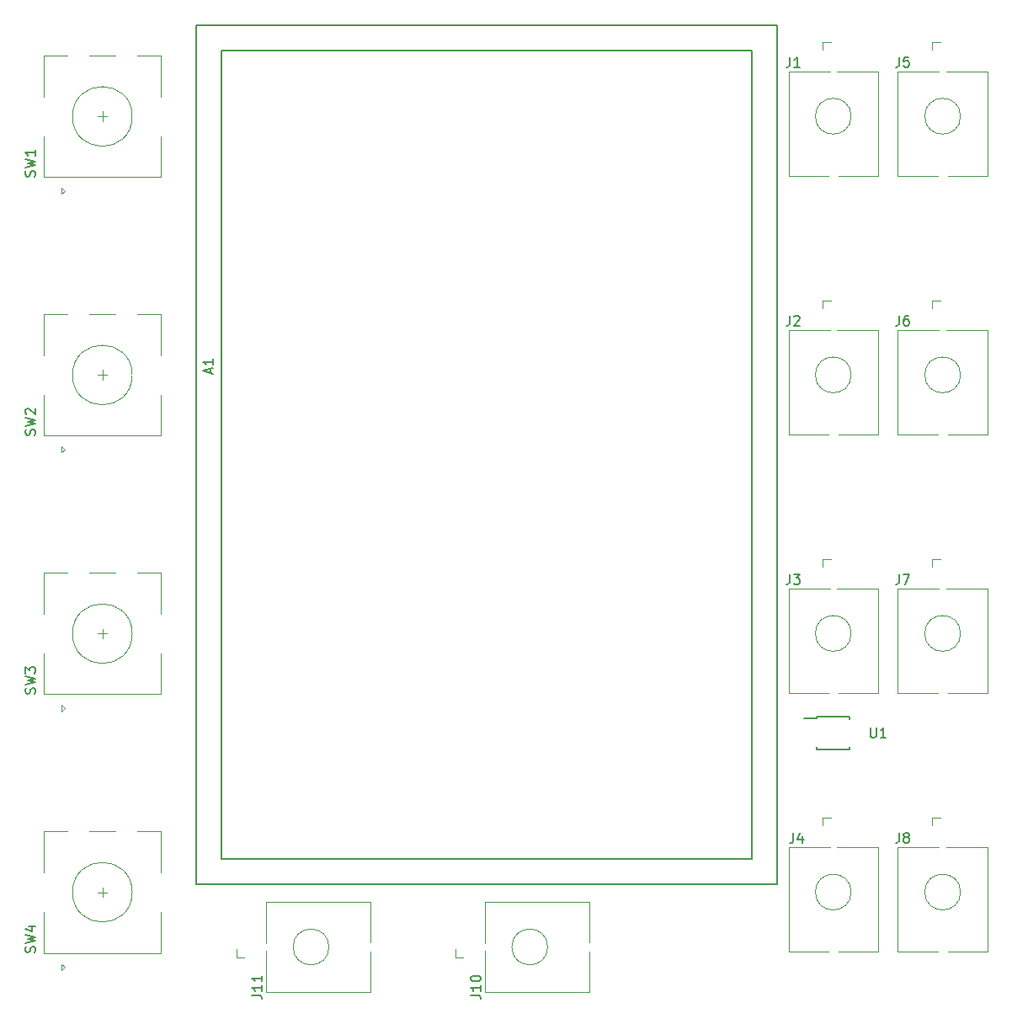
<source format=gbr>
G04 #@! TF.GenerationSoftware,KiCad,Pcbnew,5.0.1*
G04 #@! TF.CreationDate,2019-05-06T23:41:24+02:00*
G04 #@! TF.ProjectId,plastik,706C617374696B2E6B696361645F7063,rev?*
G04 #@! TF.SameCoordinates,Original*
G04 #@! TF.FileFunction,Legend,Top*
G04 #@! TF.FilePolarity,Positive*
%FSLAX46Y46*%
G04 Gerber Fmt 4.6, Leading zero omitted, Abs format (unit mm)*
G04 Created by KiCad (PCBNEW 5.0.1) date Mo 06 Mai 2019 23:41:24 CEST*
%MOMM*%
%LPD*%
G01*
G04 APERTURE LIST*
%ADD10C,0.120000*%
%ADD11C,0.150000*%
G04 APERTURE END LIST*
D10*
G04 #@! TO.C,J10*
X132500000Y-131060000D02*
X132500000Y-130200000D01*
X132500000Y-131060000D02*
X133300000Y-131060000D01*
X141780000Y-130000000D02*
G75*
G03X141780000Y-130000000I-1800000J0D01*
G01*
X135480000Y-130350000D02*
X135480000Y-134500000D01*
X135480000Y-125500000D02*
X135480000Y-129650000D01*
X145980000Y-130500000D02*
X145980000Y-134500000D01*
X145980000Y-125500000D02*
X145980000Y-129500000D01*
X135480000Y-125500000D02*
X145980000Y-125500000D01*
X135480000Y-134500000D02*
X145980000Y-134500000D01*
G04 #@! TO.C,J11*
X113480000Y-134500000D02*
X123980000Y-134500000D01*
X113480000Y-125500000D02*
X123980000Y-125500000D01*
X123980000Y-125500000D02*
X123980000Y-129500000D01*
X123980000Y-130500000D02*
X123980000Y-134500000D01*
X113480000Y-125500000D02*
X113480000Y-129650000D01*
X113480000Y-130350000D02*
X113480000Y-134500000D01*
X119780000Y-130000000D02*
G75*
G03X119780000Y-130000000I-1800000J0D01*
G01*
X110500000Y-131060000D02*
X111300000Y-131060000D01*
X110500000Y-131060000D02*
X110500000Y-130200000D01*
D11*
G04 #@! TO.C,U1*
X168825000Y-106825000D02*
X168825000Y-107050000D01*
X172175000Y-106825000D02*
X172175000Y-107125000D01*
X172175000Y-110175000D02*
X172175000Y-109875000D01*
X168825000Y-110175000D02*
X168825000Y-109875000D01*
X168825000Y-106825000D02*
X172175000Y-106825000D01*
X168825000Y-110175000D02*
X172175000Y-110175000D01*
X168825000Y-107050000D02*
X167600000Y-107050000D01*
G04 #@! TO.C,A1*
X106420000Y-123680000D02*
X164840000Y-123680000D01*
X164840000Y-37320000D02*
X164840000Y-123680000D01*
X106420000Y-37320000D02*
X164840000Y-37320000D01*
X106420000Y-37320000D02*
X106420000Y-123680000D01*
X162300000Y-121140000D02*
X162300000Y-39860000D01*
X162300000Y-39860000D02*
X108960000Y-39860000D01*
X108960000Y-39860000D02*
X108960000Y-121140000D01*
X108960000Y-121140000D02*
X162300000Y-121140000D01*
D10*
G04 #@! TO.C,J8*
X180440000Y-117000000D02*
X181300000Y-117000000D01*
X180440000Y-117000000D02*
X180440000Y-117800000D01*
X183300000Y-124480000D02*
G75*
G03X183300000Y-124480000I-1800000J0D01*
G01*
X181150000Y-119980000D02*
X177000000Y-119980000D01*
X186000000Y-119980000D02*
X181850000Y-119980000D01*
X181000000Y-130480000D02*
X177000000Y-130480000D01*
X186000000Y-130480000D02*
X182000000Y-130480000D01*
X186000000Y-119980000D02*
X186000000Y-130480000D01*
X177000000Y-119980000D02*
X177000000Y-130480000D01*
G04 #@! TO.C,J7*
X177000000Y-93980000D02*
X177000000Y-104480000D01*
X186000000Y-93980000D02*
X186000000Y-104480000D01*
X186000000Y-104480000D02*
X182000000Y-104480000D01*
X181000000Y-104480000D02*
X177000000Y-104480000D01*
X186000000Y-93980000D02*
X181850000Y-93980000D01*
X181150000Y-93980000D02*
X177000000Y-93980000D01*
X183300000Y-98480000D02*
G75*
G03X183300000Y-98480000I-1800000J0D01*
G01*
X180440000Y-91000000D02*
X180440000Y-91800000D01*
X180440000Y-91000000D02*
X181300000Y-91000000D01*
G04 #@! TO.C,SW4*
X100000000Y-124500000D02*
G75*
G03X100000000Y-124500000I-3000000J0D01*
G01*
X91100000Y-122500000D02*
X91100000Y-118400000D01*
X102900000Y-118400000D02*
X102900000Y-122500000D01*
X102900000Y-126500000D02*
X102900000Y-130600000D01*
X91100000Y-126500000D02*
X91100000Y-130600000D01*
X91100000Y-130600000D02*
X102900000Y-130600000D01*
X93200000Y-132000000D02*
X92900000Y-132300000D01*
X92900000Y-132300000D02*
X92900000Y-131700000D01*
X92900000Y-131700000D02*
X93200000Y-132000000D01*
X91100000Y-118400000D02*
X93500000Y-118400000D01*
X95700000Y-118400000D02*
X98300000Y-118400000D01*
X100500000Y-118400000D02*
X102900000Y-118400000D01*
X96500000Y-124500000D02*
X97500000Y-124500000D01*
X97000000Y-125000000D02*
X97000000Y-124000000D01*
G04 #@! TO.C,SW3*
X97000000Y-99000000D02*
X97000000Y-98000000D01*
X96500000Y-98500000D02*
X97500000Y-98500000D01*
X100500000Y-92400000D02*
X102900000Y-92400000D01*
X95700000Y-92400000D02*
X98300000Y-92400000D01*
X91100000Y-92400000D02*
X93500000Y-92400000D01*
X92900000Y-105700000D02*
X93200000Y-106000000D01*
X92900000Y-106300000D02*
X92900000Y-105700000D01*
X93200000Y-106000000D02*
X92900000Y-106300000D01*
X91100000Y-104600000D02*
X102900000Y-104600000D01*
X91100000Y-100500000D02*
X91100000Y-104600000D01*
X102900000Y-100500000D02*
X102900000Y-104600000D01*
X102900000Y-92400000D02*
X102900000Y-96500000D01*
X91100000Y-96500000D02*
X91100000Y-92400000D01*
X100000000Y-98500000D02*
G75*
G03X100000000Y-98500000I-3000000J0D01*
G01*
G04 #@! TO.C,SW2*
X100000000Y-72500000D02*
G75*
G03X100000000Y-72500000I-3000000J0D01*
G01*
X91100000Y-70500000D02*
X91100000Y-66400000D01*
X102900000Y-66400000D02*
X102900000Y-70500000D01*
X102900000Y-74500000D02*
X102900000Y-78600000D01*
X91100000Y-74500000D02*
X91100000Y-78600000D01*
X91100000Y-78600000D02*
X102900000Y-78600000D01*
X93200000Y-80000000D02*
X92900000Y-80300000D01*
X92900000Y-80300000D02*
X92900000Y-79700000D01*
X92900000Y-79700000D02*
X93200000Y-80000000D01*
X91100000Y-66400000D02*
X93500000Y-66400000D01*
X95700000Y-66400000D02*
X98300000Y-66400000D01*
X100500000Y-66400000D02*
X102900000Y-66400000D01*
X96500000Y-72500000D02*
X97500000Y-72500000D01*
X97000000Y-73000000D02*
X97000000Y-72000000D01*
G04 #@! TO.C,SW1*
X97000000Y-47000000D02*
X97000000Y-46000000D01*
X96500000Y-46500000D02*
X97500000Y-46500000D01*
X100500000Y-40400000D02*
X102900000Y-40400000D01*
X95700000Y-40400000D02*
X98300000Y-40400000D01*
X91100000Y-40400000D02*
X93500000Y-40400000D01*
X92900000Y-53700000D02*
X93200000Y-54000000D01*
X92900000Y-54300000D02*
X92900000Y-53700000D01*
X93200000Y-54000000D02*
X92900000Y-54300000D01*
X91100000Y-52600000D02*
X102900000Y-52600000D01*
X91100000Y-48500000D02*
X91100000Y-52600000D01*
X102900000Y-48500000D02*
X102900000Y-52600000D01*
X102900000Y-40400000D02*
X102900000Y-44500000D01*
X91100000Y-44500000D02*
X91100000Y-40400000D01*
X100000000Y-46500000D02*
G75*
G03X100000000Y-46500000I-3000000J0D01*
G01*
G04 #@! TO.C,J6*
X180440000Y-65000000D02*
X181300000Y-65000000D01*
X180440000Y-65000000D02*
X180440000Y-65800000D01*
X183300000Y-72480000D02*
G75*
G03X183300000Y-72480000I-1800000J0D01*
G01*
X181150000Y-67980000D02*
X177000000Y-67980000D01*
X186000000Y-67980000D02*
X181850000Y-67980000D01*
X181000000Y-78480000D02*
X177000000Y-78480000D01*
X186000000Y-78480000D02*
X182000000Y-78480000D01*
X186000000Y-67980000D02*
X186000000Y-78480000D01*
X177000000Y-67980000D02*
X177000000Y-78480000D01*
G04 #@! TO.C,J5*
X177000000Y-41980000D02*
X177000000Y-52480000D01*
X186000000Y-41980000D02*
X186000000Y-52480000D01*
X186000000Y-52480000D02*
X182000000Y-52480000D01*
X181000000Y-52480000D02*
X177000000Y-52480000D01*
X186000000Y-41980000D02*
X181850000Y-41980000D01*
X181150000Y-41980000D02*
X177000000Y-41980000D01*
X183300000Y-46480000D02*
G75*
G03X183300000Y-46480000I-1800000J0D01*
G01*
X180440000Y-39000000D02*
X180440000Y-39800000D01*
X180440000Y-39000000D02*
X181300000Y-39000000D01*
G04 #@! TO.C,J4*
X169440000Y-117000000D02*
X170300000Y-117000000D01*
X169440000Y-117000000D02*
X169440000Y-117800000D01*
X172300000Y-124480000D02*
G75*
G03X172300000Y-124480000I-1800000J0D01*
G01*
X170150000Y-119980000D02*
X166000000Y-119980000D01*
X175000000Y-119980000D02*
X170850000Y-119980000D01*
X170000000Y-130480000D02*
X166000000Y-130480000D01*
X175000000Y-130480000D02*
X171000000Y-130480000D01*
X175000000Y-119980000D02*
X175000000Y-130480000D01*
X166000000Y-119980000D02*
X166000000Y-130480000D01*
G04 #@! TO.C,J3*
X166000000Y-93980000D02*
X166000000Y-104480000D01*
X175000000Y-93980000D02*
X175000000Y-104480000D01*
X175000000Y-104480000D02*
X171000000Y-104480000D01*
X170000000Y-104480000D02*
X166000000Y-104480000D01*
X175000000Y-93980000D02*
X170850000Y-93980000D01*
X170150000Y-93980000D02*
X166000000Y-93980000D01*
X172300000Y-98480000D02*
G75*
G03X172300000Y-98480000I-1800000J0D01*
G01*
X169440000Y-91000000D02*
X169440000Y-91800000D01*
X169440000Y-91000000D02*
X170300000Y-91000000D01*
G04 #@! TO.C,J2*
X169440000Y-65000000D02*
X170300000Y-65000000D01*
X169440000Y-65000000D02*
X169440000Y-65800000D01*
X172300000Y-72480000D02*
G75*
G03X172300000Y-72480000I-1800000J0D01*
G01*
X170150000Y-67980000D02*
X166000000Y-67980000D01*
X175000000Y-67980000D02*
X170850000Y-67980000D01*
X170000000Y-78480000D02*
X166000000Y-78480000D01*
X175000000Y-78480000D02*
X171000000Y-78480000D01*
X175000000Y-67980000D02*
X175000000Y-78480000D01*
X166000000Y-67980000D02*
X166000000Y-78480000D01*
G04 #@! TO.C,J1*
X166000000Y-41980000D02*
X166000000Y-52480000D01*
X175000000Y-41980000D02*
X175000000Y-52480000D01*
X175000000Y-52480000D02*
X171000000Y-52480000D01*
X170000000Y-52480000D02*
X166000000Y-52480000D01*
X175000000Y-41980000D02*
X170850000Y-41980000D01*
X170150000Y-41980000D02*
X166000000Y-41980000D01*
X172300000Y-46480000D02*
G75*
G03X172300000Y-46480000I-1800000J0D01*
G01*
X169440000Y-39000000D02*
X169440000Y-39800000D01*
X169440000Y-39000000D02*
X170300000Y-39000000D01*
G04 #@! TO.C,J10*
D11*
X134032380Y-134839523D02*
X134746666Y-134839523D01*
X134889523Y-134887142D01*
X134984761Y-134982380D01*
X135032380Y-135125238D01*
X135032380Y-135220476D01*
X135032380Y-133839523D02*
X135032380Y-134410952D01*
X135032380Y-134125238D02*
X134032380Y-134125238D01*
X134175238Y-134220476D01*
X134270476Y-134315714D01*
X134318095Y-134410952D01*
X134032380Y-133220476D02*
X134032380Y-133125238D01*
X134080000Y-133030000D01*
X134127619Y-132982380D01*
X134222857Y-132934761D01*
X134413333Y-132887142D01*
X134651428Y-132887142D01*
X134841904Y-132934761D01*
X134937142Y-132982380D01*
X134984761Y-133030000D01*
X135032380Y-133125238D01*
X135032380Y-133220476D01*
X134984761Y-133315714D01*
X134937142Y-133363333D01*
X134841904Y-133410952D01*
X134651428Y-133458571D01*
X134413333Y-133458571D01*
X134222857Y-133410952D01*
X134127619Y-133363333D01*
X134080000Y-133315714D01*
X134032380Y-133220476D01*
G04 #@! TO.C,J11*
X112032380Y-134839523D02*
X112746666Y-134839523D01*
X112889523Y-134887142D01*
X112984761Y-134982380D01*
X113032380Y-135125238D01*
X113032380Y-135220476D01*
X113032380Y-133839523D02*
X113032380Y-134410952D01*
X113032380Y-134125238D02*
X112032380Y-134125238D01*
X112175238Y-134220476D01*
X112270476Y-134315714D01*
X112318095Y-134410952D01*
X113032380Y-132887142D02*
X113032380Y-133458571D01*
X113032380Y-133172857D02*
X112032380Y-133172857D01*
X112175238Y-133268095D01*
X112270476Y-133363333D01*
X112318095Y-133458571D01*
G04 #@! TO.C,U1*
X174238095Y-107952380D02*
X174238095Y-108761904D01*
X174285714Y-108857142D01*
X174333333Y-108904761D01*
X174428571Y-108952380D01*
X174619047Y-108952380D01*
X174714285Y-108904761D01*
X174761904Y-108857142D01*
X174809523Y-108761904D01*
X174809523Y-107952380D01*
X175809523Y-108952380D02*
X175238095Y-108952380D01*
X175523809Y-108952380D02*
X175523809Y-107952380D01*
X175428571Y-108095238D01*
X175333333Y-108190476D01*
X175238095Y-108238095D01*
G04 #@! TO.C,A1*
X107856666Y-72324285D02*
X107856666Y-71848095D01*
X108142380Y-72419523D02*
X107142380Y-72086190D01*
X108142380Y-71752857D01*
X108142380Y-70895714D02*
X108142380Y-71467142D01*
X108142380Y-71181428D02*
X107142380Y-71181428D01*
X107285238Y-71276666D01*
X107380476Y-71371904D01*
X107428095Y-71467142D01*
G04 #@! TO.C,J8*
X177136666Y-118532380D02*
X177136666Y-119246666D01*
X177089047Y-119389523D01*
X176993809Y-119484761D01*
X176850952Y-119532380D01*
X176755714Y-119532380D01*
X177755714Y-118960952D02*
X177660476Y-118913333D01*
X177612857Y-118865714D01*
X177565238Y-118770476D01*
X177565238Y-118722857D01*
X177612857Y-118627619D01*
X177660476Y-118580000D01*
X177755714Y-118532380D01*
X177946190Y-118532380D01*
X178041428Y-118580000D01*
X178089047Y-118627619D01*
X178136666Y-118722857D01*
X178136666Y-118770476D01*
X178089047Y-118865714D01*
X178041428Y-118913333D01*
X177946190Y-118960952D01*
X177755714Y-118960952D01*
X177660476Y-119008571D01*
X177612857Y-119056190D01*
X177565238Y-119151428D01*
X177565238Y-119341904D01*
X177612857Y-119437142D01*
X177660476Y-119484761D01*
X177755714Y-119532380D01*
X177946190Y-119532380D01*
X178041428Y-119484761D01*
X178089047Y-119437142D01*
X178136666Y-119341904D01*
X178136666Y-119151428D01*
X178089047Y-119056190D01*
X178041428Y-119008571D01*
X177946190Y-118960952D01*
G04 #@! TO.C,J7*
X177136666Y-92532380D02*
X177136666Y-93246666D01*
X177089047Y-93389523D01*
X176993809Y-93484761D01*
X176850952Y-93532380D01*
X176755714Y-93532380D01*
X177517619Y-92532380D02*
X178184285Y-92532380D01*
X177755714Y-93532380D01*
G04 #@! TO.C,SW4*
X90204761Y-130533333D02*
X90252380Y-130390476D01*
X90252380Y-130152380D01*
X90204761Y-130057142D01*
X90157142Y-130009523D01*
X90061904Y-129961904D01*
X89966666Y-129961904D01*
X89871428Y-130009523D01*
X89823809Y-130057142D01*
X89776190Y-130152380D01*
X89728571Y-130342857D01*
X89680952Y-130438095D01*
X89633333Y-130485714D01*
X89538095Y-130533333D01*
X89442857Y-130533333D01*
X89347619Y-130485714D01*
X89300000Y-130438095D01*
X89252380Y-130342857D01*
X89252380Y-130104761D01*
X89300000Y-129961904D01*
X89252380Y-129628571D02*
X90252380Y-129390476D01*
X89538095Y-129200000D01*
X90252380Y-129009523D01*
X89252380Y-128771428D01*
X89585714Y-127961904D02*
X90252380Y-127961904D01*
X89204761Y-128200000D02*
X89919047Y-128438095D01*
X89919047Y-127819047D01*
G04 #@! TO.C,SW3*
X90204761Y-104533333D02*
X90252380Y-104390476D01*
X90252380Y-104152380D01*
X90204761Y-104057142D01*
X90157142Y-104009523D01*
X90061904Y-103961904D01*
X89966666Y-103961904D01*
X89871428Y-104009523D01*
X89823809Y-104057142D01*
X89776190Y-104152380D01*
X89728571Y-104342857D01*
X89680952Y-104438095D01*
X89633333Y-104485714D01*
X89538095Y-104533333D01*
X89442857Y-104533333D01*
X89347619Y-104485714D01*
X89300000Y-104438095D01*
X89252380Y-104342857D01*
X89252380Y-104104761D01*
X89300000Y-103961904D01*
X89252380Y-103628571D02*
X90252380Y-103390476D01*
X89538095Y-103200000D01*
X90252380Y-103009523D01*
X89252380Y-102771428D01*
X89252380Y-102485714D02*
X89252380Y-101866666D01*
X89633333Y-102200000D01*
X89633333Y-102057142D01*
X89680952Y-101961904D01*
X89728571Y-101914285D01*
X89823809Y-101866666D01*
X90061904Y-101866666D01*
X90157142Y-101914285D01*
X90204761Y-101961904D01*
X90252380Y-102057142D01*
X90252380Y-102342857D01*
X90204761Y-102438095D01*
X90157142Y-102485714D01*
G04 #@! TO.C,SW2*
X90204761Y-78533333D02*
X90252380Y-78390476D01*
X90252380Y-78152380D01*
X90204761Y-78057142D01*
X90157142Y-78009523D01*
X90061904Y-77961904D01*
X89966666Y-77961904D01*
X89871428Y-78009523D01*
X89823809Y-78057142D01*
X89776190Y-78152380D01*
X89728571Y-78342857D01*
X89680952Y-78438095D01*
X89633333Y-78485714D01*
X89538095Y-78533333D01*
X89442857Y-78533333D01*
X89347619Y-78485714D01*
X89300000Y-78438095D01*
X89252380Y-78342857D01*
X89252380Y-78104761D01*
X89300000Y-77961904D01*
X89252380Y-77628571D02*
X90252380Y-77390476D01*
X89538095Y-77200000D01*
X90252380Y-77009523D01*
X89252380Y-76771428D01*
X89347619Y-76438095D02*
X89300000Y-76390476D01*
X89252380Y-76295238D01*
X89252380Y-76057142D01*
X89300000Y-75961904D01*
X89347619Y-75914285D01*
X89442857Y-75866666D01*
X89538095Y-75866666D01*
X89680952Y-75914285D01*
X90252380Y-76485714D01*
X90252380Y-75866666D01*
G04 #@! TO.C,SW1*
X90204761Y-52533333D02*
X90252380Y-52390476D01*
X90252380Y-52152380D01*
X90204761Y-52057142D01*
X90157142Y-52009523D01*
X90061904Y-51961904D01*
X89966666Y-51961904D01*
X89871428Y-52009523D01*
X89823809Y-52057142D01*
X89776190Y-52152380D01*
X89728571Y-52342857D01*
X89680952Y-52438095D01*
X89633333Y-52485714D01*
X89538095Y-52533333D01*
X89442857Y-52533333D01*
X89347619Y-52485714D01*
X89300000Y-52438095D01*
X89252380Y-52342857D01*
X89252380Y-52104761D01*
X89300000Y-51961904D01*
X89252380Y-51628571D02*
X90252380Y-51390476D01*
X89538095Y-51200000D01*
X90252380Y-51009523D01*
X89252380Y-50771428D01*
X90252380Y-49866666D02*
X90252380Y-50438095D01*
X90252380Y-50152380D02*
X89252380Y-50152380D01*
X89395238Y-50247619D01*
X89490476Y-50342857D01*
X89538095Y-50438095D01*
G04 #@! TO.C,J6*
X177136666Y-66532380D02*
X177136666Y-67246666D01*
X177089047Y-67389523D01*
X176993809Y-67484761D01*
X176850952Y-67532380D01*
X176755714Y-67532380D01*
X178041428Y-66532380D02*
X177850952Y-66532380D01*
X177755714Y-66580000D01*
X177708095Y-66627619D01*
X177612857Y-66770476D01*
X177565238Y-66960952D01*
X177565238Y-67341904D01*
X177612857Y-67437142D01*
X177660476Y-67484761D01*
X177755714Y-67532380D01*
X177946190Y-67532380D01*
X178041428Y-67484761D01*
X178089047Y-67437142D01*
X178136666Y-67341904D01*
X178136666Y-67103809D01*
X178089047Y-67008571D01*
X178041428Y-66960952D01*
X177946190Y-66913333D01*
X177755714Y-66913333D01*
X177660476Y-66960952D01*
X177612857Y-67008571D01*
X177565238Y-67103809D01*
G04 #@! TO.C,J5*
X177136666Y-40532380D02*
X177136666Y-41246666D01*
X177089047Y-41389523D01*
X176993809Y-41484761D01*
X176850952Y-41532380D01*
X176755714Y-41532380D01*
X178089047Y-40532380D02*
X177612857Y-40532380D01*
X177565238Y-41008571D01*
X177612857Y-40960952D01*
X177708095Y-40913333D01*
X177946190Y-40913333D01*
X178041428Y-40960952D01*
X178089047Y-41008571D01*
X178136666Y-41103809D01*
X178136666Y-41341904D01*
X178089047Y-41437142D01*
X178041428Y-41484761D01*
X177946190Y-41532380D01*
X177708095Y-41532380D01*
X177612857Y-41484761D01*
X177565238Y-41437142D01*
G04 #@! TO.C,J4*
X166491665Y-118557379D02*
X166491665Y-119271665D01*
X166444046Y-119414522D01*
X166348808Y-119509760D01*
X166205951Y-119557379D01*
X166110713Y-119557379D01*
X167396427Y-118890713D02*
X167396427Y-119557379D01*
X167158332Y-118509760D02*
X166920237Y-119224046D01*
X167539284Y-119224046D01*
G04 #@! TO.C,J3*
X166136666Y-92532380D02*
X166136666Y-93246666D01*
X166089047Y-93389523D01*
X165993809Y-93484761D01*
X165850952Y-93532380D01*
X165755714Y-93532380D01*
X166517619Y-92532380D02*
X167136666Y-92532380D01*
X166803333Y-92913333D01*
X166946190Y-92913333D01*
X167041428Y-92960952D01*
X167089047Y-93008571D01*
X167136666Y-93103809D01*
X167136666Y-93341904D01*
X167089047Y-93437142D01*
X167041428Y-93484761D01*
X166946190Y-93532380D01*
X166660476Y-93532380D01*
X166565238Y-93484761D01*
X166517619Y-93437142D01*
G04 #@! TO.C,J2*
X166136666Y-66532380D02*
X166136666Y-67246666D01*
X166089047Y-67389523D01*
X165993809Y-67484761D01*
X165850952Y-67532380D01*
X165755714Y-67532380D01*
X166565238Y-66627619D02*
X166612857Y-66580000D01*
X166708095Y-66532380D01*
X166946190Y-66532380D01*
X167041428Y-66580000D01*
X167089047Y-66627619D01*
X167136666Y-66722857D01*
X167136666Y-66818095D01*
X167089047Y-66960952D01*
X166517619Y-67532380D01*
X167136666Y-67532380D01*
G04 #@! TO.C,J1*
X166136666Y-40532380D02*
X166136666Y-41246666D01*
X166089047Y-41389523D01*
X165993809Y-41484761D01*
X165850952Y-41532380D01*
X165755714Y-41532380D01*
X167136666Y-41532380D02*
X166565238Y-41532380D01*
X166850952Y-41532380D02*
X166850952Y-40532380D01*
X166755714Y-40675238D01*
X166660476Y-40770476D01*
X166565238Y-40818095D01*
G04 #@! TD*
M02*

</source>
